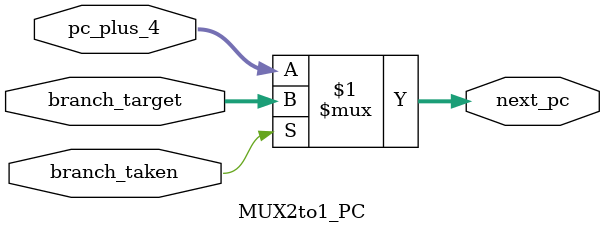
<source format=v>
module MUX2to1_PC(
    input  wire [31:0] pc_plus_4,    // Valor de PC + 4 (execução normal)
    input  wire [31:0] branch_target, // Valor do branch target
    input  wire        branch_taken,  // Sinal de seleção (branch && Zero)
    output wire [31:0] next_pc       // Próximo valor do PC
);
    assign next_pc = branch_taken ? branch_target : pc_plus_4;
endmodule
</source>
